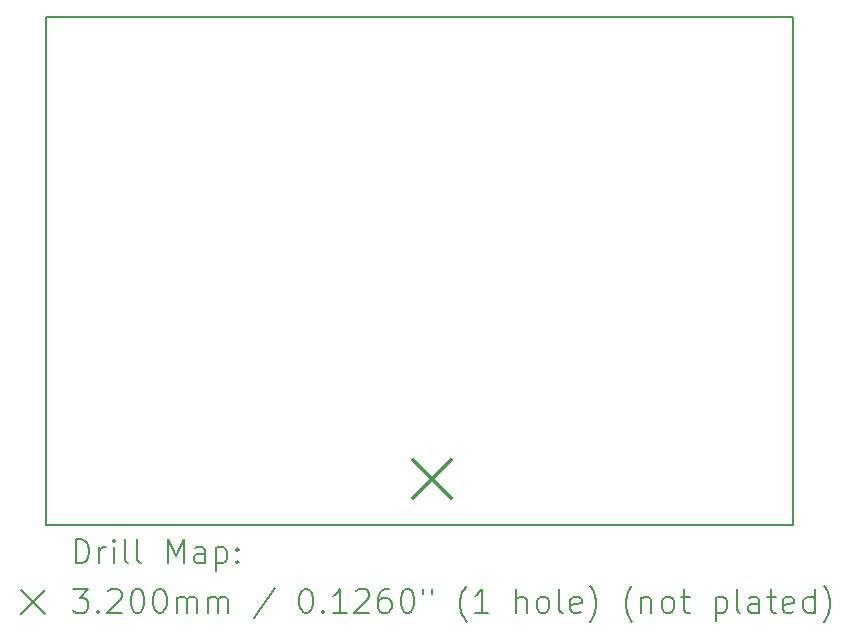
<source format=gbr>
%FSLAX45Y45*%
G04 Gerber Fmt 4.5, Leading zero omitted, Abs format (unit mm)*
G04 Created by KiCad (PCBNEW (6.0.4)) date 2022-04-25 16:11:08*
%MOMM*%
%LPD*%
G01*
G04 APERTURE LIST*
%TA.AperFunction,Profile*%
%ADD10C,0.200000*%
%TD*%
%ADD11C,0.200000*%
%ADD12C,0.320000*%
G04 APERTURE END LIST*
D10*
X1335000Y-1287725D02*
X7658000Y-1287725D01*
X7658000Y-1287725D02*
X7658000Y-5594000D01*
X7658000Y-5594000D02*
X1335000Y-5594000D01*
X1335000Y-5594000D02*
X1335000Y-1287725D01*
D11*
D12*
X4440000Y-5040000D02*
X4760000Y-5360000D01*
X4760000Y-5040000D02*
X4440000Y-5360000D01*
D11*
X1582619Y-5914476D02*
X1582619Y-5714476D01*
X1630238Y-5714476D01*
X1658809Y-5724000D01*
X1677857Y-5743048D01*
X1687381Y-5762095D01*
X1696905Y-5800190D01*
X1696905Y-5828762D01*
X1687381Y-5866857D01*
X1677857Y-5885905D01*
X1658809Y-5904952D01*
X1630238Y-5914476D01*
X1582619Y-5914476D01*
X1782619Y-5914476D02*
X1782619Y-5781143D01*
X1782619Y-5819238D02*
X1792143Y-5800190D01*
X1801667Y-5790667D01*
X1820714Y-5781143D01*
X1839762Y-5781143D01*
X1906428Y-5914476D02*
X1906428Y-5781143D01*
X1906428Y-5714476D02*
X1896905Y-5724000D01*
X1906428Y-5733524D01*
X1915952Y-5724000D01*
X1906428Y-5714476D01*
X1906428Y-5733524D01*
X2030238Y-5914476D02*
X2011190Y-5904952D01*
X2001667Y-5885905D01*
X2001667Y-5714476D01*
X2135000Y-5914476D02*
X2115952Y-5904952D01*
X2106429Y-5885905D01*
X2106429Y-5714476D01*
X2363571Y-5914476D02*
X2363571Y-5714476D01*
X2430238Y-5857333D01*
X2496905Y-5714476D01*
X2496905Y-5914476D01*
X2677857Y-5914476D02*
X2677857Y-5809714D01*
X2668333Y-5790667D01*
X2649286Y-5781143D01*
X2611190Y-5781143D01*
X2592143Y-5790667D01*
X2677857Y-5904952D02*
X2658810Y-5914476D01*
X2611190Y-5914476D01*
X2592143Y-5904952D01*
X2582619Y-5885905D01*
X2582619Y-5866857D01*
X2592143Y-5847809D01*
X2611190Y-5838286D01*
X2658810Y-5838286D01*
X2677857Y-5828762D01*
X2773095Y-5781143D02*
X2773095Y-5981143D01*
X2773095Y-5790667D02*
X2792143Y-5781143D01*
X2830238Y-5781143D01*
X2849286Y-5790667D01*
X2858809Y-5800190D01*
X2868333Y-5819238D01*
X2868333Y-5876381D01*
X2858809Y-5895428D01*
X2849286Y-5904952D01*
X2830238Y-5914476D01*
X2792143Y-5914476D01*
X2773095Y-5904952D01*
X2954048Y-5895428D02*
X2963571Y-5904952D01*
X2954048Y-5914476D01*
X2944524Y-5904952D01*
X2954048Y-5895428D01*
X2954048Y-5914476D01*
X2954048Y-5790667D02*
X2963571Y-5800190D01*
X2954048Y-5809714D01*
X2944524Y-5800190D01*
X2954048Y-5790667D01*
X2954048Y-5809714D01*
X1125000Y-6144000D02*
X1325000Y-6344000D01*
X1325000Y-6144000D02*
X1125000Y-6344000D01*
X1563571Y-6134476D02*
X1687381Y-6134476D01*
X1620714Y-6210667D01*
X1649286Y-6210667D01*
X1668333Y-6220190D01*
X1677857Y-6229714D01*
X1687381Y-6248762D01*
X1687381Y-6296381D01*
X1677857Y-6315428D01*
X1668333Y-6324952D01*
X1649286Y-6334476D01*
X1592143Y-6334476D01*
X1573095Y-6324952D01*
X1563571Y-6315428D01*
X1773095Y-6315428D02*
X1782619Y-6324952D01*
X1773095Y-6334476D01*
X1763571Y-6324952D01*
X1773095Y-6315428D01*
X1773095Y-6334476D01*
X1858809Y-6153524D02*
X1868333Y-6144000D01*
X1887381Y-6134476D01*
X1935000Y-6134476D01*
X1954048Y-6144000D01*
X1963571Y-6153524D01*
X1973095Y-6172571D01*
X1973095Y-6191619D01*
X1963571Y-6220190D01*
X1849286Y-6334476D01*
X1973095Y-6334476D01*
X2096905Y-6134476D02*
X2115952Y-6134476D01*
X2135000Y-6144000D01*
X2144524Y-6153524D01*
X2154048Y-6172571D01*
X2163571Y-6210667D01*
X2163571Y-6258286D01*
X2154048Y-6296381D01*
X2144524Y-6315428D01*
X2135000Y-6324952D01*
X2115952Y-6334476D01*
X2096905Y-6334476D01*
X2077857Y-6324952D01*
X2068333Y-6315428D01*
X2058809Y-6296381D01*
X2049286Y-6258286D01*
X2049286Y-6210667D01*
X2058809Y-6172571D01*
X2068333Y-6153524D01*
X2077857Y-6144000D01*
X2096905Y-6134476D01*
X2287381Y-6134476D02*
X2306429Y-6134476D01*
X2325476Y-6144000D01*
X2335000Y-6153524D01*
X2344524Y-6172571D01*
X2354048Y-6210667D01*
X2354048Y-6258286D01*
X2344524Y-6296381D01*
X2335000Y-6315428D01*
X2325476Y-6324952D01*
X2306429Y-6334476D01*
X2287381Y-6334476D01*
X2268333Y-6324952D01*
X2258810Y-6315428D01*
X2249286Y-6296381D01*
X2239762Y-6258286D01*
X2239762Y-6210667D01*
X2249286Y-6172571D01*
X2258810Y-6153524D01*
X2268333Y-6144000D01*
X2287381Y-6134476D01*
X2439762Y-6334476D02*
X2439762Y-6201143D01*
X2439762Y-6220190D02*
X2449286Y-6210667D01*
X2468333Y-6201143D01*
X2496905Y-6201143D01*
X2515952Y-6210667D01*
X2525476Y-6229714D01*
X2525476Y-6334476D01*
X2525476Y-6229714D02*
X2535000Y-6210667D01*
X2554048Y-6201143D01*
X2582619Y-6201143D01*
X2601667Y-6210667D01*
X2611190Y-6229714D01*
X2611190Y-6334476D01*
X2706429Y-6334476D02*
X2706429Y-6201143D01*
X2706429Y-6220190D02*
X2715952Y-6210667D01*
X2735000Y-6201143D01*
X2763571Y-6201143D01*
X2782619Y-6210667D01*
X2792143Y-6229714D01*
X2792143Y-6334476D01*
X2792143Y-6229714D02*
X2801667Y-6210667D01*
X2820714Y-6201143D01*
X2849286Y-6201143D01*
X2868333Y-6210667D01*
X2877857Y-6229714D01*
X2877857Y-6334476D01*
X3268333Y-6124952D02*
X3096905Y-6382095D01*
X3525476Y-6134476D02*
X3544524Y-6134476D01*
X3563571Y-6144000D01*
X3573095Y-6153524D01*
X3582619Y-6172571D01*
X3592143Y-6210667D01*
X3592143Y-6258286D01*
X3582619Y-6296381D01*
X3573095Y-6315428D01*
X3563571Y-6324952D01*
X3544524Y-6334476D01*
X3525476Y-6334476D01*
X3506428Y-6324952D01*
X3496905Y-6315428D01*
X3487381Y-6296381D01*
X3477857Y-6258286D01*
X3477857Y-6210667D01*
X3487381Y-6172571D01*
X3496905Y-6153524D01*
X3506428Y-6144000D01*
X3525476Y-6134476D01*
X3677857Y-6315428D02*
X3687381Y-6324952D01*
X3677857Y-6334476D01*
X3668333Y-6324952D01*
X3677857Y-6315428D01*
X3677857Y-6334476D01*
X3877857Y-6334476D02*
X3763571Y-6334476D01*
X3820714Y-6334476D02*
X3820714Y-6134476D01*
X3801667Y-6163048D01*
X3782619Y-6182095D01*
X3763571Y-6191619D01*
X3954048Y-6153524D02*
X3963571Y-6144000D01*
X3982619Y-6134476D01*
X4030238Y-6134476D01*
X4049286Y-6144000D01*
X4058809Y-6153524D01*
X4068333Y-6172571D01*
X4068333Y-6191619D01*
X4058809Y-6220190D01*
X3944524Y-6334476D01*
X4068333Y-6334476D01*
X4239762Y-6134476D02*
X4201667Y-6134476D01*
X4182619Y-6144000D01*
X4173095Y-6153524D01*
X4154048Y-6182095D01*
X4144524Y-6220190D01*
X4144524Y-6296381D01*
X4154048Y-6315428D01*
X4163571Y-6324952D01*
X4182619Y-6334476D01*
X4220714Y-6334476D01*
X4239762Y-6324952D01*
X4249286Y-6315428D01*
X4258810Y-6296381D01*
X4258810Y-6248762D01*
X4249286Y-6229714D01*
X4239762Y-6220190D01*
X4220714Y-6210667D01*
X4182619Y-6210667D01*
X4163571Y-6220190D01*
X4154048Y-6229714D01*
X4144524Y-6248762D01*
X4382619Y-6134476D02*
X4401667Y-6134476D01*
X4420714Y-6144000D01*
X4430238Y-6153524D01*
X4439762Y-6172571D01*
X4449286Y-6210667D01*
X4449286Y-6258286D01*
X4439762Y-6296381D01*
X4430238Y-6315428D01*
X4420714Y-6324952D01*
X4401667Y-6334476D01*
X4382619Y-6334476D01*
X4363571Y-6324952D01*
X4354048Y-6315428D01*
X4344524Y-6296381D01*
X4335000Y-6258286D01*
X4335000Y-6210667D01*
X4344524Y-6172571D01*
X4354048Y-6153524D01*
X4363571Y-6144000D01*
X4382619Y-6134476D01*
X4525476Y-6134476D02*
X4525476Y-6172571D01*
X4601667Y-6134476D02*
X4601667Y-6172571D01*
X4896905Y-6410667D02*
X4887381Y-6401143D01*
X4868333Y-6372571D01*
X4858810Y-6353524D01*
X4849286Y-6324952D01*
X4839762Y-6277333D01*
X4839762Y-6239238D01*
X4849286Y-6191619D01*
X4858810Y-6163048D01*
X4868333Y-6144000D01*
X4887381Y-6115428D01*
X4896905Y-6105905D01*
X5077857Y-6334476D02*
X4963571Y-6334476D01*
X5020714Y-6334476D02*
X5020714Y-6134476D01*
X5001667Y-6163048D01*
X4982619Y-6182095D01*
X4963571Y-6191619D01*
X5315952Y-6334476D02*
X5315952Y-6134476D01*
X5401667Y-6334476D02*
X5401667Y-6229714D01*
X5392143Y-6210667D01*
X5373095Y-6201143D01*
X5344524Y-6201143D01*
X5325476Y-6210667D01*
X5315952Y-6220190D01*
X5525476Y-6334476D02*
X5506429Y-6324952D01*
X5496905Y-6315428D01*
X5487381Y-6296381D01*
X5487381Y-6239238D01*
X5496905Y-6220190D01*
X5506429Y-6210667D01*
X5525476Y-6201143D01*
X5554048Y-6201143D01*
X5573095Y-6210667D01*
X5582619Y-6220190D01*
X5592143Y-6239238D01*
X5592143Y-6296381D01*
X5582619Y-6315428D01*
X5573095Y-6324952D01*
X5554048Y-6334476D01*
X5525476Y-6334476D01*
X5706428Y-6334476D02*
X5687381Y-6324952D01*
X5677857Y-6305905D01*
X5677857Y-6134476D01*
X5858809Y-6324952D02*
X5839762Y-6334476D01*
X5801667Y-6334476D01*
X5782619Y-6324952D01*
X5773095Y-6305905D01*
X5773095Y-6229714D01*
X5782619Y-6210667D01*
X5801667Y-6201143D01*
X5839762Y-6201143D01*
X5858809Y-6210667D01*
X5868333Y-6229714D01*
X5868333Y-6248762D01*
X5773095Y-6267809D01*
X5935000Y-6410667D02*
X5944524Y-6401143D01*
X5963571Y-6372571D01*
X5973095Y-6353524D01*
X5982619Y-6324952D01*
X5992143Y-6277333D01*
X5992143Y-6239238D01*
X5982619Y-6191619D01*
X5973095Y-6163048D01*
X5963571Y-6144000D01*
X5944524Y-6115428D01*
X5935000Y-6105905D01*
X6296905Y-6410667D02*
X6287381Y-6401143D01*
X6268333Y-6372571D01*
X6258809Y-6353524D01*
X6249286Y-6324952D01*
X6239762Y-6277333D01*
X6239762Y-6239238D01*
X6249286Y-6191619D01*
X6258809Y-6163048D01*
X6268333Y-6144000D01*
X6287381Y-6115428D01*
X6296905Y-6105905D01*
X6373095Y-6201143D02*
X6373095Y-6334476D01*
X6373095Y-6220190D02*
X6382619Y-6210667D01*
X6401667Y-6201143D01*
X6430238Y-6201143D01*
X6449286Y-6210667D01*
X6458809Y-6229714D01*
X6458809Y-6334476D01*
X6582619Y-6334476D02*
X6563571Y-6324952D01*
X6554048Y-6315428D01*
X6544524Y-6296381D01*
X6544524Y-6239238D01*
X6554048Y-6220190D01*
X6563571Y-6210667D01*
X6582619Y-6201143D01*
X6611190Y-6201143D01*
X6630238Y-6210667D01*
X6639762Y-6220190D01*
X6649286Y-6239238D01*
X6649286Y-6296381D01*
X6639762Y-6315428D01*
X6630238Y-6324952D01*
X6611190Y-6334476D01*
X6582619Y-6334476D01*
X6706428Y-6201143D02*
X6782619Y-6201143D01*
X6735000Y-6134476D02*
X6735000Y-6305905D01*
X6744524Y-6324952D01*
X6763571Y-6334476D01*
X6782619Y-6334476D01*
X7001667Y-6201143D02*
X7001667Y-6401143D01*
X7001667Y-6210667D02*
X7020714Y-6201143D01*
X7058809Y-6201143D01*
X7077857Y-6210667D01*
X7087381Y-6220190D01*
X7096905Y-6239238D01*
X7096905Y-6296381D01*
X7087381Y-6315428D01*
X7077857Y-6324952D01*
X7058809Y-6334476D01*
X7020714Y-6334476D01*
X7001667Y-6324952D01*
X7211190Y-6334476D02*
X7192143Y-6324952D01*
X7182619Y-6305905D01*
X7182619Y-6134476D01*
X7373095Y-6334476D02*
X7373095Y-6229714D01*
X7363571Y-6210667D01*
X7344524Y-6201143D01*
X7306428Y-6201143D01*
X7287381Y-6210667D01*
X7373095Y-6324952D02*
X7354048Y-6334476D01*
X7306428Y-6334476D01*
X7287381Y-6324952D01*
X7277857Y-6305905D01*
X7277857Y-6286857D01*
X7287381Y-6267809D01*
X7306428Y-6258286D01*
X7354048Y-6258286D01*
X7373095Y-6248762D01*
X7439762Y-6201143D02*
X7515952Y-6201143D01*
X7468333Y-6134476D02*
X7468333Y-6305905D01*
X7477857Y-6324952D01*
X7496905Y-6334476D01*
X7515952Y-6334476D01*
X7658809Y-6324952D02*
X7639762Y-6334476D01*
X7601667Y-6334476D01*
X7582619Y-6324952D01*
X7573095Y-6305905D01*
X7573095Y-6229714D01*
X7582619Y-6210667D01*
X7601667Y-6201143D01*
X7639762Y-6201143D01*
X7658809Y-6210667D01*
X7668333Y-6229714D01*
X7668333Y-6248762D01*
X7573095Y-6267809D01*
X7839762Y-6334476D02*
X7839762Y-6134476D01*
X7839762Y-6324952D02*
X7820714Y-6334476D01*
X7782619Y-6334476D01*
X7763571Y-6324952D01*
X7754048Y-6315428D01*
X7744524Y-6296381D01*
X7744524Y-6239238D01*
X7754048Y-6220190D01*
X7763571Y-6210667D01*
X7782619Y-6201143D01*
X7820714Y-6201143D01*
X7839762Y-6210667D01*
X7915952Y-6410667D02*
X7925476Y-6401143D01*
X7944524Y-6372571D01*
X7954048Y-6353524D01*
X7963571Y-6324952D01*
X7973095Y-6277333D01*
X7973095Y-6239238D01*
X7963571Y-6191619D01*
X7954048Y-6163048D01*
X7944524Y-6144000D01*
X7925476Y-6115428D01*
X7915952Y-6105905D01*
M02*

</source>
